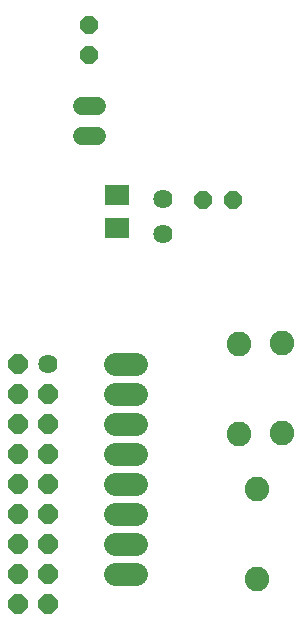
<source format=gts>
G75*
%MOIN*%
%OFA0B0*%
%FSLAX25Y25*%
%IPPOS*%
%LPD*%
%AMOC8*
5,1,8,0,0,1.08239X$1,22.5*
%
%ADD10R,0.07898X0.07099*%
%ADD11OC8,0.06000*%
%ADD12C,0.06000*%
%ADD13C,0.06400*%
%ADD14OC8,0.06400*%
%ADD15C,0.08200*%
%ADD16C,0.07800*%
%ADD17R,0.04762X0.04762*%
D10*
X0079976Y0140638D03*
X0079976Y0151835D03*
D11*
X0108913Y0150252D03*
X0118913Y0150252D03*
X0070882Y0198441D03*
X0070882Y0208441D03*
D12*
X0068282Y0181315D02*
X0073482Y0181315D01*
X0073482Y0171315D02*
X0068282Y0171315D01*
D13*
X0095488Y0150606D03*
X0095488Y0138795D03*
X0056945Y0095567D03*
D14*
X0046945Y0015567D03*
X0046945Y0025567D03*
X0046945Y0035567D03*
X0046945Y0045567D03*
X0046945Y0055567D03*
X0046945Y0065567D03*
X0046945Y0075567D03*
X0046945Y0085567D03*
X0046945Y0095567D03*
X0056945Y0085567D03*
X0056945Y0075567D03*
X0056945Y0065567D03*
X0056945Y0055567D03*
X0056945Y0045567D03*
X0056945Y0035567D03*
X0056945Y0025567D03*
X0056945Y0015567D03*
D15*
X0120843Y0072260D03*
X0126866Y0053815D03*
X0135094Y0072575D03*
X0135094Y0102575D03*
X0120843Y0102260D03*
X0126866Y0023815D03*
D16*
X0086508Y0025567D02*
X0079508Y0025567D01*
X0079508Y0035567D02*
X0086508Y0035567D01*
X0086508Y0045567D02*
X0079508Y0045567D01*
X0079508Y0055567D02*
X0086508Y0055567D01*
X0086508Y0065567D02*
X0079508Y0065567D01*
X0079508Y0075567D02*
X0086508Y0075567D01*
X0086508Y0085567D02*
X0079508Y0085567D01*
X0079508Y0095567D02*
X0086508Y0095567D01*
D17*
X0095488Y0138795D03*
X0095488Y0150606D03*
M02*

</source>
